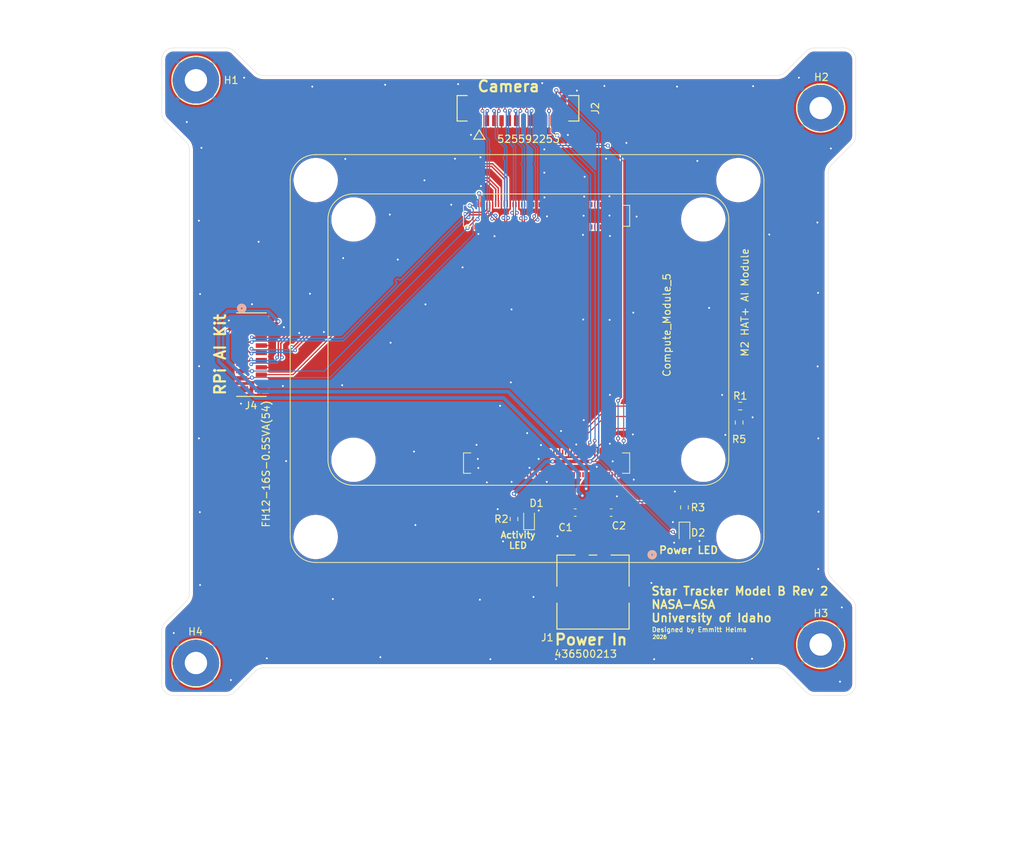
<source format=kicad_pcb>
(kicad_pcb
	(version 20241229)
	(generator "pcbnew")
	(generator_version "9.0")
	(general
		(thickness 1.6)
		(legacy_teardrops no)
	)
	(paper "USLetter")
	(title_block
		(title "Star Tracker Model B PCB Layout")
		(date "2026-02-01")
		(rev "2")
		(company "Univeristy of Idaho")
		(comment 1 "NASA-ASA")
		(comment 2 "Designed by Emmitt Helms")
		(comment 3 "Interdisciplinary Capstone Design, 2025-2026")
	)
	(layers
		(0 "F.Cu" signal)
		(2 "B.Cu" signal)
		(9 "F.Adhes" user "F.Adhesive")
		(11 "B.Adhes" user "B.Adhesive")
		(13 "F.Paste" user)
		(15 "B.Paste" user)
		(5 "F.SilkS" user "F.Silkscreen")
		(7 "B.SilkS" user "B.Silkscreen")
		(1 "F.Mask" user)
		(3 "B.Mask" user)
		(17 "Dwgs.User" user "User.Drawings")
		(19 "Cmts.User" user "User.Comments")
		(21 "Eco1.User" user "User.Eco1")
		(23 "Eco2.User" user "User.Eco2")
		(25 "Edge.Cuts" user)
		(27 "Margin" user)
		(31 "F.CrtYd" user "F.Courtyard")
		(29 "B.CrtYd" user "B.Courtyard")
		(35 "F.Fab" user)
		(33 "B.Fab" user)
		(39 "User.1" user)
		(41 "User.2" user)
		(43 "User.3" user)
		(45 "User.4" user)
	)
	(setup
		(stackup
			(layer "F.SilkS"
				(type "Top Silk Screen")
			)
			(layer "F.Paste"
				(type "Top Solder Paste")
			)
			(layer "F.Mask"
				(type "Top Solder Mask")
				(thickness 0.01)
			)
			(layer "F.Cu"
				(type "copper")
				(thickness 0.035)
			)
			(layer "dielectric 1"
				(type "core")
				(thickness 1.51)
				(material "FR4")
				(epsilon_r 4.5)
				(loss_tangent 0.02)
			)
			(layer "B.Cu"
				(type "copper")
				(thickness 0.035)
			)
			(layer "B.Mask"
				(type "Bottom Solder Mask")
				(thickness 0.01)
			)
			(layer "B.Paste"
				(type "Bottom Solder Paste")
			)
			(layer "B.SilkS"
				(type "Bottom Silk Screen")
			)
			(copper_finish "None")
			(dielectric_constraints no)
		)
		(pad_to_mask_clearance 0)
		(allow_soldermask_bridges_in_footprints no)
		(tenting front back)
		(pcbplotparams
			(layerselection 0x00000000_00000000_55555555_55555554)
			(plot_on_all_layers_selection 0x00000000_00000000_00000002_2a0a888c)
			(disableapertmacros no)
			(usegerberextensions no)
			(usegerberattributes yes)
			(usegerberadvancedattributes yes)
			(creategerberjobfile yes)
			(dashed_line_dash_ratio 12.000000)
			(dashed_line_gap_ratio 3.000000)
			(svgprecision 4)
			(plotframeref yes)
			(mode 1)
			(useauxorigin no)
			(hpglpennumber 1)
			(hpglpenspeed 20)
			(hpglpendiameter 15.000000)
			(pdf_front_fp_property_popups yes)
			(pdf_back_fp_property_popups yes)
			(pdf_metadata yes)
			(pdf_single_document no)
			(dxfpolygonmode yes)
			(dxfimperialunits yes)
			(dxfusepcbnewfont yes)
			(psnegative no)
			(psa4output no)
			(plot_black_and_white no)
			(sketchpadsonfab no)
			(plotpadnumbers no)
			(hidednponfab no)
			(sketchdnponfab yes)
			(crossoutdnponfab yes)
			(subtractmaskfromsilk no)
			(outputformat 1)
			(mirror yes)
			(drillshape 0)
			(scaleselection 1)
			(outputdirectory "./")
		)
	)
	(net 0 "")
	(net 1 "GND")
	(net 2 "/+5v")
	(net 3 "/+3.3v")
	(net 4 "Net-(D1-K)")
	(net 5 "Net-(D2-K)")
	(net 6 "/DPHY0_C_P")
	(net 7 "/DPHY0_D2_N")
	(net 8 "/DPHY0_C_N")
	(net 9 "/CAM_GPIO1")
	(net 10 "/DPHY0_D0_P")
	(net 11 "/DPHY0_D1_P")
	(net 12 "/CAM_GPIO0")
	(net 13 "/DPHY0_D2_P")
	(net 14 "/DPHY0_D3_P")
	(net 15 "/SCL0")
	(net 16 "/DPHY0_D0_N")
	(net 17 "/SDA0")
	(net 18 "/DPHY0_D3_N")
	(net 19 "/DPHY0_D1_N")
	(net 20 "/PCIE_nCLKREQ")
	(net 21 "/PCIe_nRST")
	(net 22 "/PCIe_RX_P")
	(net 23 "/PCIE_nWAKE")
	(net 24 "/PCIe_TX_P")
	(net 25 "/PCIe_CLK_P")
	(net 26 "/PCIe_CLK_N")
	(net 27 "/PCIe_TX_N")
	(net 28 "/PCIE_PWR_EN")
	(net 29 "/PCIe_RX_N")
	(net 30 "unconnected-(Module1B-HDMI0_CLK_P-Pad188)")
	(net 31 "unconnected-(Module1B-HDMI1_TX2_P-Pad146)")
	(net 32 "unconnected-(Module1B-HDMI1_TX1_P-Pad152)")
	(net 33 "unconnected-(Module1B-VBUS_EN-Pad111)")
	(net 34 "unconnected-(Module1B-HDMI1_TX0_N-Pad160)")
	(net 35 "unconnected-(Module1B-MIPI1_D2_N-Pad193)")
	(net 36 "unconnected-(Module1B-HDMI0_HOTPLUG-Pad153)")
	(net 37 "unconnected-(Module1B-HDMI1_TX2_N-Pad148)")
	(net 38 "unconnected-(Module1B-HDMI0_TX0_P-Pad182)")
	(net 39 "unconnected-(Module1A-ID_SD-Pad36)")
	(net 40 "unconnected-(Module1A-ID_SC-Pad35)")
	(net 41 "unconnected-(Module1B-HDMI1_HOTPLUG-Pad143)")
	(net 42 "unconnected-(Module1B-USB3-0-TX_N-Pad140)")
	(net 43 "unconnected-(Module1A-Ethernet_Pair3_N-Pad5)")
	(net 44 "unconnected-(Module1A-GPIO19-Pad26)")
	(net 45 "unconnected-(Module1A-SD_DAT7-Pad70)")
	(net 46 "unconnected-(Module1A-Ethernet_SYNC_OUT(3.3v)-Pad18)")
	(net 47 "unconnected-(Module1A-GPIO9-Pad40)")
	(net 48 "unconnected-(Module1B-USB3-1-TX_P-Pad171)")
	(net 49 "unconnected-(Module1A-Ethernet_Pair2_P-Pad11)")
	(net 50 "unconnected-(Module1A-GPIO4-Pad54)")
	(net 51 "unconnected-(Module1A-Ethernet_Pair3_P-Pad3)")
	(net 52 "unconnected-(Module1A-GPIO27-Pad48)")
	(net 53 "unconnected-(Module1B-USB3-0-RX_P-Pad130)")
	(net 54 "unconnected-(Module1B-USB3-1-D_N-Pad165)")
	(net 55 "unconnected-(Module1A-Ethernet_Pair0_P-Pad12)")
	(net 56 "unconnected-(Module1A-GPIO6-Pad30)")
	(net 57 "unconnected-(Module1B-HDMI0_CLK_N-Pad190)")
	(net 58 "unconnected-(Module1A-GPIO12-Pad31)")
	(net 59 "unconnected-(Module1A-GPIO16-Pad29)")
	(net 60 "unconnected-(Module1A-SD_DAT5-Pad64)")
	(net 61 "unconnected-(Module1B-HDMI0_TX2_P-Pad170)")
	(net 62 "unconnected-(Module1B-HDMI0_SDA-Pad199)")
	(net 63 "unconnected-(Module1A-GPIO13-Pad28)")
	(net 64 "unconnected-(Module1B-MIPI1_D1_P-Pad183)")
	(net 65 "unconnected-(Module1B-USB_OTG_ID-Pad101)")
	(net 66 "unconnected-(Module1B-USB3-0-D_P-Pad134)")
	(net 67 "unconnected-(Module1A-GPIO10-Pad44)")
	(net 68 "unconnected-(Module1A-GPIO11-Pad38)")
	(net 69 "unconnected-(Module1A-GPIO14-Pad55)")
	(net 70 "unconnected-(Module1A-Ethernet_nLED2(3.3v)-Pad17)")
	(net 71 "unconnected-(Module1B-HDMI1_SCL-Pad147)")
	(net 72 "unconnected-(Module1A-WiFi_nDisable-Pad89)")
	(net 73 "unconnected-(Module1B-HDMI1_TX1_N-Pad154)")
	(net 74 "unconnected-(Module1A-Ethernet_Pair1_N-Pad6)")
	(net 75 "unconnected-(Module1A-GPIO18-Pad49)")
	(net 76 "unconnected-(Module1B-USB3-1-RX_P-Pad159)")
	(net 77 "unconnected-(Module1B-MIPI1_D3_P-Pad196)")
	(net 78 "unconnected-(Module1B-MIPI1_C_P-Pad189)")
	(net 79 "/VBAT")
	(net 80 "unconnected-(Module1B-HDMI1_CEC-Pad149)")
	(net 81 "unconnected-(Module1B-USB3-1-D_P-Pad163)")
	(net 82 "unconnected-(Module1A-nRPIBOOT-Pad93)")
	(net 83 "unconnected-(Module1B-HDMI0_TX2_N-Pad172)")
	(net 84 "unconnected-(Module1A-GPIO26-Pad24)")
	(net 85 "unconnected-(Module1A-GPIO23-Pad47)")
	(net 86 "unconnected-(Module1A-GPIO3-Pad56)")
	(net 87 "unconnected-(Module1B-USB3-0-RX_N-Pad128)")
	(net 88 "unconnected-(Module1B-USB3-0-TX_P-Pad142)")
	(net 89 "unconnected-(Module1B-HDMI0_TX1_N-Pad178)")
	(net 90 "unconnected-(Module1A-GPIO21-Pad25)")
	(net 91 "unconnected-(Module1A-GPIO25-Pad41)")
	(net 92 "unconnected-(Module1B-HDMI0_TX1_P-Pad176)")
	(net 93 "unconnected-(Module1B-HDMI0_SCL-Pad200)")
	(net 94 "unconnected-(Module1A-Ethernet_Pair0_N-Pad10)")
	(net 95 "unconnected-(Module1B-MIPI1_D1_N-Pad181)")
	(net 96 "Net-(Module1A-+1.8v_(Output)-Pad88)")
	(net 97 "unconnected-(Module1A-Ethernet_Pair2_N-Pad9)")
	(net 98 "unconnected-(Module1B-USB3-0-D_N-Pad136)")
	(net 99 "unconnected-(Module1B-MIPI1_D2_P-Pad195)")
	(net 100 "unconnected-(Module1A-BT_nDisable-Pad91)")
	(net 101 "unconnected-(Module1A-GPIO2-Pad58)")
	(net 102 "unconnected-(Module1A-SD_DAT4-Pad68)")
	(net 103 "unconnected-(Module1B-HDMI1_CLK_N-Pad166)")
	(net 104 "unconnected-(Module1A-GPIO22-Pad46)")
	(net 105 "/GPIO_VREF")
	(net 106 "unconnected-(Module1B-MIPI1_C_N-Pad187)")
	(net 107 "unconnected-(Module1A-GPIO5-Pad34)")
	(net 108 "unconnected-(Module1B-MIPI1_D0_N-Pad175)")
	(net 109 "unconnected-(Module1A-GPIO24-Pad45)")
	(net 110 "unconnected-(Module1B-MIPI1_D3_N-Pad194)")
	(net 111 "unconnected-(Module1B-HDMI0_CEC-Pad151)")
	(net 112 "unconnected-(Module1A-Ethernet_Pair1_P-Pad4)")
	(net 113 "unconnected-(Module1B-HDMI1_CLK_P-Pad164)")
	(net 114 "unconnected-(Module1B-USB3-1-RX_N-Pad157)")
	(net 115 "unconnected-(Module1B-USB3-1-TX_N-Pad169)")
	(net 116 "unconnected-(Module1B-HDMI0_TX0_N-Pad184)")
	(net 117 "unconnected-(Module1A-GPIO15-Pad51)")
	(net 118 "unconnected-(Module1A-GPIO7-Pad37)")
	(net 119 "unconnected-(Module1A-FAN_TACHO-Pad16)")
	(net 120 "unconnected-(Module1A-EEPROM_nWP-Pad20)")
	(net 121 "unconnected-(Module1B-MIPI1_D0_P-Pad177)")
	(net 122 "unconnected-(Module1A-Ethernet_nLED3(3.3v)-Pad15)")
	(net 123 "unconnected-(Module1A-GPIO20-Pad27)")
	(net 124 "unconnected-(Module1A-SD_VDD_Override-Pad73)")
	(net 125 "unconnected-(Module1B-HDMI1_TX0_P-Pad158)")
	(net 126 "unconnected-(Module1A-GPIO17-Pad50)")
	(net 127 "unconnected-(Module1A-SD_DAT6-Pad72)")
	(net 128 "unconnected-(Module1A-FAN_PWM-Pad19)")
	(net 129 "unconnected-(Module1B-HDMI1_SDA-Pad145)")
	(net 130 "unconnected-(Module1A-GPIO8-Pad39)")
	(net 131 "/LED_nPWR")
	(net 132 "/LED_nACT")
	(net 133 "unconnected-(Module1B-USB2_P-Pad105)")
	(net 134 "unconnected-(Module1A-PWR_BUT-Pad92)")
	(net 135 "unconnected-(Module1A-CC1-Pad94)")
	(net 136 "unconnected-(Module1A-CC2-Pad96)")
	(net 137 "unconnected-(Module1A-PMIC_ENABLE-Pad99)")
	(net 138 "unconnected-(Module1B-USB2_N-Pad103)")
	(net 139 "unconnected-(Module1A-SD_PWR_ON-Pad75)")
	(net 140 "unconnected-(Module1A-SD_DAT1-Pad67)")
	(net 141 "unconnected-(Module1A-SD_CLK-Pad57)")
	(net 142 "unconnected-(Module1A-SD_DAT0-Pad63)")
	(net 143 "unconnected-(Module1A-SD_DAT3-Pad61)")
	(net 144 "unconnected-(Module1A-SD_CMD-Pad62)")
	(net 145 "unconnected-(Module1A-SD_DAT2-Pad69)")
	(footprint "Capacitor_SMD:C_0603_1608Metric" (layer "F.Cu") (at 147.65 107.73))
	(footprint (layer "F.Cu") (at 90.67254 48.374229))
	(footprint "TestPoint:TestPoint_THTPad_D4.0mm_Drill2.0mm" (layer "F.Cu") (at 176.39746 52.184389))
	(footprint "LED_SMD:LED_0603_1608Metric" (layer "F.Cu") (at 136.38 108.5975 90))
	(footprint "TestPoint:TestPoint_THTPad_D4.0mm_Drill2.0mm" (layer "F.Cu") (at 90.67254 48.374229))
	(footprint "CM5IO:HRS_FH12-16S-0.5SVA_54_" (layer "F.Cu") (at 98.2962 86.045909 90))
	(footprint "CM5IO:Raspberry-Pi-5-Compute-Module" (layer "F.Cu") (at 165.11 111.079309 90))
	(footprint "CM5IO:Raspberry-Pi-5-Compute-Module" (layer "F.Cu") (at 160.29 100.479309 90))
	(footprint "CM5IO:CON_525592253_MOL" (layer "F.Cu") (at 134.860012 52.519309))
	(footprint "CM5IO:CONN_SD-43650-005_02_MOL" (layer "F.Cu") (at 145.16 118.64))
	(footprint "Resistor_SMD:R_0603_1608Metric" (layer "F.Cu") (at 165.365 93.109309 180))
	(footprint "TestPoint:TestPoint_THTPad_D4.0mm_Drill2.0mm" (layer "F.Cu") (at 90.67508 128.384389))
	(footprint "Capacitor_SMD:C_0603_1608Metric" (layer "F.Cu") (at 142.72 107.73 180))
	(footprint "Resistor_SMD:R_0603_1608Metric" (layer "F.Cu") (at 134.32 108.6175 90))
	(footprint "Resistor_SMD:R_0603_1608Metric" (layer "F.Cu") (at 165.21 95.359309 -90))
	(footprint (layer "F.Cu") (at 176.399968 125.845947))
	(footprint "LED_SMD:LED_0603_1608Metric" (layer "F.Cu") (at 157.71 110.519309 -90))
	(footprint "TestPoint:TestPoint_THTPad_D4.0mm_Drill2.0mm" (layer "F.Cu") (at 176.399968 125.845947))
	(footprint "Resistor_SMD:R_0603_1608Metric" (layer "F.Cu") (at 157.71 107.03 90))
	(footprint (layer "F.Cu") (at 176.39746 52.184389))
	(footprint (layer "F.Cu") (at 90.67508 128.384389))
	(gr_line
		(start 177.890423 59.975232)
		(end 180.749957 57.100681)
		(stroke
			(width 0.05)
			(type default)
		)
		(layer "Edge.Cuts")
		(uuid "04bd1c2f-ee7f-4476-a32f-63407eef1c9d")
	)
	(gr_line
		(start 170.396793 47.731603)
		(end 99.971793 47.731603)
		(stroke
			(width 0.05)
			(type default)
		)
		(layer "Edge.Cuts")
		(uuid "082f29e5-0db5-40c6-8871-88b479ec66e7")
	)
	(gr_arc
		(start 89.303164 56.800232)
		(mid 89.650004 57.319309)
		(end 89.771793 57.931603)
		(stroke
			(width 0.05)
			(type default)
		)
		(layer "Edge.Cuts")
		(uuid "0b9f28be-7892-408f-a4c2-b6d954d0c26f")
	)
	(gr_line
		(start 171.528164 129.500232)
		(end 174.377715 132.359767)
		(stroke
			(width 0.05)
			(type default)
		)
		(layer "Edge.Cuts")
		(uuid "11672646-e737-41c1-85fe-2e737c98103b")
	)
	(gr_arc
		(start 87.571793 132.831603)
		(mid 86.440429 132.362971)
		(end 85.971793 131.231603)
		(stroke
			(width 0.05)
			(type default)
		)
		(layer "Edge.Cuts")
		(uuid "124d5721-0fbe-4c2f-bea8-bcc6af0604be")
	)
	(gr_arc
		(start 95.96587 132.359767)
		(mid 95.446793 132.706606)
		(end 94.834499 132.828396)
		(stroke
			(width 0.05)
			(type default)
		)
		(layer "Edge.Cuts")
		(uuid "14dc5ebf-2002-4f46-b956-4d61c38b22ad")
	)
	(gr_arc
		(start 86.443629 53.95068)
		(mid 86.096793 53.431603)
		(end 85.975 52.819309)
		(stroke
			(width 0.05)
			(type default)
		)
		(layer "Edge.Cuts")
		(uuid "17a60dab-bb48-4a9e-966b-f6cb45bb84b4")
	)
	(gr_arc
		(start 85.978164 123.937974)
		(mid 86.099966 123.325686)
		(end 86.446793 122.806603)
		(stroke
			(width 0.05)
			(type default)
		)
		(layer "Edge.Cuts")
		(uuid "180cb988-d646-4c07-8765-b76a7dabd40d")
	)
	(gr_line
		(start 181.221793 131.231603)
		(end 181.218586 120.793897)
		(stroke
			(width 0.05)
			(type default)
		)
		(layer "Edge.Cuts")
		(uuid "1e25ddd8-0c4b-44b6-b2c1-0c1ea60e77e4")
	)
	(gr_line
		(start 180.749957 119.662527)
		(end 177.890423 116.787974)
		(stroke
			(width 0.05)
			(type default)
		)
		(layer "Edge.Cuts")
		(uuid "215f2bc9-9401-4346-acb2-70c1cbb28f28")
	)
	(gr_arc
		(start 174.377716 44.403439)
		(mid 174.896793 44.056598)
		(end 175.509087 43.93481)
		(stroke
			(width 0.05)
			(type default)
		)
		(layer "Edge.Cuts")
		(uuid "2f9bf67c-7f45-428d-a9bf-5fd271f62880")
	)
	(gr_line
		(start 99.971793 129.031603)
		(end 170.396793 129.031603)
		(stroke
			(width 0.05)
			(type default)
		)
		(layer "Edge.Cuts")
		(uuid "2ffc7db4-81f6-4d05-9c8b-3c2b8c95d205")
	)
	(gr_arc
		(start 98.840422 129.500232)
		(mid 99.359499 129.153395)
		(end 99.971793 129.031603)
		(stroke
			(width 0.05)
			(type default)
		)
		(layer "Edge.Cuts")
		(uuid "3220736d-974f-45d6-93db-eab3177bceeb")
	)
	(gr_line
		(start 181.218586 55.969303)
		(end 181.221793 45.531603)
		(stroke
			(width 0.05)
			(type default)
		)
		(layer "Edge.Cuts")
		(uuid "48b14171-e1ba-48cd-9df9-ec91b37a29b3")
	)
	(gr_line
		(start 89.771793 57.931603)
		(end 89.771793 118.831603)
		(stroke
			(width 0.05)
			(type default)
		)
		(layer "Edge.Cuts")
		(uuid "4974abd7-aa31-4ca4-b40c-712f39144cd5")
	)
	(gr_arc
		(start 179.621793 43.931603)
		(mid 180.753164 44.400232)
		(end 181.221793 45.531603)
		(stroke
			(width 0.05)
			(type default)
		)
		(layer "Edge.Cuts")
		(uuid "4b22cf2c-2d2f-451f-a77c-6c9ff2dccde2")
	)
	(gr_arc
		(start 177.421793 61.106603)
		(mid 177.543586 60.49431)
		(end 177.890422 59.975232)
		(stroke
			(width 0.05)
			(type default)
		)
		(layer "Edge.Cuts")
		(uuid "4f677a82-3671-4382-a92b-24993b6c200f")
	)
	(gr_arc
		(start 89.771793 118.831603)
		(mid 89.650002 119.443897)
		(end 89.303164 119.962974)
		(stroke
			(width 0.05)
			(type default)
		)
		(layer "Edge.Cuts")
		(uuid "4f926cf6-966f-4b1e-a481-2f772bafc30a")
	)
	(gr_arc
		(start 170.396793 129.031603)
		(mid 171.009088 129.153393)
		(end 171.528164 129.500232)
		(stroke
			(width 0.05)
			(type default)
		)
		(layer "Edge.Cuts")
		(uuid "600602a0-9b15-4928-925f-de5581ebd23b")
	)
	(gr_arc
		(start 99.971793 47.731603)
		(mid 99.359501 47.609808)
		(end 98.840422 47.262974)
		(stroke
			(width 0.05)
			(type default)
		)
		(layer "Edge.Cuts")
		(uuid "66f78d0c-71aa-4b0f-998b-89186d8646d5")
	)
	(gr_line
		(start 95.965869 132.359767)
		(end 98.840422 129.500232)
		(stroke
			(width 0.05)
			(type default)
		)
		(layer "Edge.Cuts")
		(uuid "6d1ace9f-cb8f-4483-8e27-b96e8793c729")
	)
	(gr_arc
		(start 180.749957 119.662526)
		(mid 181.096793 120.181603)
		(end 181.218586 120.793897)
		(stroke
			(width 0.05)
			(type default)
		)
		(layer "Edge.Cuts")
		(uuid "72a6d3ab-563a-4056-aa32-f552cb21d635")
	)
	(gr_arc
		(start 181.221793 131.231603)
		(mid 180.753164 132.362974)
		(end 179.621793 132.831603)
		(stroke
			(width 0.05)
			(type default)
		)
		(layer "Edge.Cuts")
		(uuid "77a6601d-aed2-41d2-b2bd-c9ad6191c2fb")
	)
	(gr_line
		(start 85.971793 45.531603)
		(end 85.975 52.819309)
		(stroke
			(width 0.05)
			(type default)
		)
		(layer "Edge.Cuts")
		(uuid "7b4a829c-086c-4425-b892-17097988258d")
	)
	(gr_line
		(start 177.421793 115.656603)
		(end 177.421793 61.106603)
		(stroke
			(width 0.05)
			(type default)
		)
		(layer "Edge.Cuts")
		(uuid "7cab089c-74f0-4ba3-adb1-e4c5ab74b75f")
	)
	(gr_line
		(start 86.44363 53.95068)
		(end 89.303163 56.800232)
		(stroke
			(width 0.05)
			(type default)
		)
		(layer "Edge.Cuts")
		(uuid "834d89e4-c60d-4115-aa91-83c4a856b175")
	)
	(gr_arc
		(start 94.8345 43.93481)
		(mid 95.446793 44.056603)
		(end 95.965871 44.403439)
		(stroke
			(width 0.05)
			(type default)
		)
		(layer "Edge.Cuts")
		(uuid "88c387fc-0b7e-4b29-8d59-250e2b9158d7")
	)
	(gr_line
		(start 98.840422 47.262973)
		(end 95.965871 44.403439)
		(stroke
			(width 0.05)
			(type default)
		)
		(layer "Edge.Cuts")
		(uuid "8a3c4807-9528-4030-8fbf-d374cc3ce3b8")
	)
	(gr_line
		(start 175.509093 132.828396)
		(end 179.621793 132.831603)
		(stroke
			(width 0.05)
			(type default)
		)
		(layer "Edge.Cuts")
		(uuid "8a9dd209-7838-4881-b4a6-f00421ca330a")
	)
	(gr_line
		(start 174.377716 44.40344)
		(end 171.528164 47.262974)
		(stroke
			(width 0.05)
			(type default)
		)
		(layer "Edge.Cuts")
		(uuid "8ed492dc-8083-4ef6-a2b6-7819d6c61b1b")
	)
	(gr_line
		(start 89.303164 119.962973)
		(end 86.446793 122.806603)
		(stroke
			(width 0.05)
			(type default)
		)
		(layer "Edge.Cuts")
		(uuid "8f8c5eae-4a80-4b8f-b383-6c3f8d251a3d")
	)
	(gr_line
		(start 87.571793 132.831603)
		(end 94.834499 132.828396)
		(stroke
			(width 0.05)
			(type default)
		)
		(layer "Edge.Cuts")
		(uuid "962db6d1-d177-4c0c-85eb-65c37204a36c")
	)
	(gr_line
		(start 94.834493 43.93481)
		(end 87.571793 43.931603)
		(stroke
			(width 0.05)
			(type default)
		)
		(layer "Edge.Cuts")
		(uuid "9cda57e8-92ce-4811-9647-532802dbf3f9")
	)
	(gr_arc
		(start 177.890422 116.787974)
		(mid 177.543586 116.268897)
		(end 177.421793 115.656603)
		(stroke
			(width 0.05)
			(type default)
		)
		(layer "Edge.Cuts")
		(uuid "9ce5af3e-5ba1-4c79-b06f-5ae0db27b950")
	)
	(gr_arc
		(start 171.528164 47.262974)
		(mid 171.009086 47.609809)
		(end 170.396793 47.731603)
		(stroke
			(width 0.05)
			(type default)
		)
		(layer "Edge.Cuts")
		(uuid "a09ba9c1-f5af-4348-a07a-96dfda53c253")
	)
	(gr_arc
		(start 175.509086 132.828396)
		(mid 174.896796 132.706598)
		(end 174.377715 132.359767)
		(stroke
			(width 0.05)
			(type default)
		)
		(layer "Edge.Cuts")
		(uuid "b377664f-377a-4799-b106-389351b75d53")
	)
	(gr_line
		(start 179.621793 43.931603)
		(end 175.509087 43.93481)
		(stroke
			(width 0.05)
			(type default)
		)
		(layer "Edge.Cuts")
		(uuid "d2409b4e-4d2d-41e1-8be7-2f04ba79ce3d")
	)
	(gr_line
		(start 85.978164 123.937974)
		(end 85.971793 131.231603)
		(stroke
			(width 0.05)
			(type default)
		)
		(layer "Edge.Cuts")
		(uuid "d29c67ce-07a2-4830-89ff-6ac4c93a42c3")
	)
	(gr_arc
		(start 181.218586 55.96931)
		(mid 181.096793 56.581603)
		(end 180.749957 57.100681)
		(stroke
			(width 0.05)
			(type default)
		)
		(layer "Edge.Cuts")
		(uuid "e12641c6-0c73-4069-b9b9-747aa2a38f99")
	)
	(gr_arc
		(start 85.971793 45.531603)
		(mid 86.440424 44.400234)
		(end 87.571793 43.931603)
		(stroke
			(width 0.05)
			(type default)
		)
		(layer "Edge.Cuts")
		(uuid "e803f706-9d01-41fa-bba6-68c8c7ea1399")
	)
	(gr_text "Power LED"
		(at 154.12 113.479309 0)
		(layer "F.SilkS")
		(uuid "0b7c8f61-7efb-43f1-8922-dcc6d3e66b81")
		(effects
			(font
				(size 1.016 1.016)
				(thickness 0.2032)
				(bold yes)
			)
			(justify left bottom)
		)
	)
	(gr_text "Power In"
		(at 139.76 126.049309 0)
		(layer "F.SilkS")
		(uuid "34105df6-4737-440f-914e-268a29f6759a")
		(effects
			(font
				(size 1.5 1.5)
				(thickness 0.3)
				(bold yes)
			)
			(justify left bottom)
		)
	)
	(gr_text "Activity\nLED"
		(at 134.87 112.76 0)
		(layer "F.SilkS")
		(uuid "63695dd0-9ffc-4ce2-a8f1-48c63f070bb0")
		(effects
			(font
				(size 0.889 0.889)
				(thickness 0.1778)
				(bold yes)
			)
			(justify bottom)
		)
	)
	(gr_text "2026"
		(at 153.26 125.11 0)
		(layer "F.SilkS")
		(uuid "9c6a6f7b-4d36-4ade-ae0c-fbcfb3f8061a")
		(effects
			(font
				(size 0.508 0.508)
				(thickness 0.127)
				(bold yes)
			)
			(justify left bottom)
		)
	)
	(gr_text "Camera"
		(at 129.16 50.089309 0)
		(layer "F.SilkS")
		(uuid "9f921660-ed90-4c78-b71e-356fe9ecf5f4")
		(effects
			(font
				(size 1.5 1.5)
				(thickness 0.3)
				(bold yes)
			)
			(justify left bottom)
		)
	)
	(gr_text "Designed by Emmitt Helms"
		(at 153.17 124.179309 0)
		(layer "F.SilkS")
		(uuid "b136b1f5-1730-4850-aef1-b81f5f2c5ffb")
		(effects
			(font
				(size 0.635 0.635)
				(thickness 0.127)
				(bold yes)
			)
			(justify left bottom)
		)
	)
	(gr_text "Star Tracker Model B Rev 2\nNASA-ASA\nUniversity of Idaho"
		(at 153.05 122.859309 0)
		(layer "F.SilkS")
		(uuid "d755175f-c989-4a7c-8305-978c692d72a7")
		(effects
			(font
				(size 1.143 1.143)
				(thickness 0.2286)
				(bold yes)
			)
			(justify left bottom)
		)
	)
	(gr_text "RPi AI Kit"
		(at 94.87 91.769309 90)
		(layer "F.SilkS")
		(uuid "e5b75d1a-693e-479e-ac1a-69c7e36bd8f6")
		(effects
			(font
				(size 1.5 1.5)
				(thickness 0.3)
				(bold yes)
			)
			(justify left bottom)
		)
	)
	(dimension
		(type orthogonal)
		(layer "Dwgs.User")
		(uuid "11d4fef3-5095-46d3-8367-602bd05719a5")
		(pts
			(xy 85.974979 127.584216) (xy 90.67508 128.384389)
		)
		(height 23.705093)
		(orientation 0)
		(format
			(prefix "")
			(suffix "")
			(units 3)
			(units_format 0)
			(precision 5)
			(suppress_zeroes yes)
		)
		(style
			(thickness 0.2)
			(arrow_length 1.27)
			(text_position_mode 2)
			(arrow_direction outward)
			(extension_height 0.58642)
			(extension_offset 0.5)
			(keep_text_aligned yes)
		)
		(gr_text "185.04335"
			(at 88.32503 153.17 0)
			(layer "Dwgs.User")
			(uuid "11d4fef3-5095-46d3-8367-602bd05719a5")
			(effects
				(font
					(size 1.5 1.5)
					(thickness 0.3)
				)
			)
		)
	)
	(dimension
		(type orthogonal)
		(layer "Dwgs.User")
		(uuid "12299748-7b0a-46ce-bf17-1c6f33403327")
		(pts
			(xy 150.39 129.039309) (xy 150.39 123.72)
		)
		(height 0)
		(orientation 1)
		(format
			(prefix "")
			(suffix "")
			(units 3)
			(units_format 0)
			(precision 4)
			(suppress_zeroes yes)
		)
		(style
			(thickness 0.1)
			(arrow_length 1.27)
			(text_position_mode 2)
			(arrow_direction outward)
			(extension_height 0.58642)
			(extension_offset 0.5)
			(keep_text_aligned yes)
		)
		(gr_text "209.4216"
			(at 151.63 126.37946 90)
			(layer "Dwgs.User")
			(uuid "12299748-7b0a-46ce-bf17-1c6f33403327")
			(effects
				(font
					(size 0.9525 0.9525)
					(thickness 0.15)
				)
			)
		)
	)
	(dimension
		(type orthogonal)
		(layer "Dwgs.User")
		(uuid "1d24be6d-20b7-41a5-94fb-a29f6a845025")
		(pts
			(xy 177.566084 132.83) (xy 177.421793 61.106603)
		)
		(height 12.253916)
		(orientation 1)
		(format
			(prefix "")
			(suffix "")
			(units 3)
			(units_format 0)
			(precision 5)
			(suppress_zeroes yes)
		)
		(style
			(thickness 0.2)
			(arrow_length 1.27)
			(text_position_mode 2)
			(arrow_direction outward)
			(extension_height 0.58642)
			(extension_offset 0.5)
			(keep_text_aligned yes)
		)
		(gr_text "2823.75579"
			(at 189.87 96.968301 90)
			(layer "Dwgs.User")
			(uuid "1d24be6d-20b7-41a5-94fb-a29f6a845025")
			(effects
				(font
					(size 1.5 1.5)
					(thickness 0.3)
				)
			)
		)
	)
	(dimension
		(type orthogonal)
		(layer "Dwgs.User")
		(uuid "22a73d55-8c27-45ce-b788-726d7ff37115")
		(pts
			(xy 91.203146 132.83) (xy 91.204275 43.933207)
		)
		(height -7.133146)
		(orientation 1)
		(format
			(prefix "")
			(suffix "")
			(units 3)
			(units_format 0)
			(precision 5)
			(suppress_zeroes yes)
		)
		(style
			(thickness 0.2)
			(arrow_length 1.27)
			(text_position_mode 2)
			(arrow_direction outward)
			(extension_height 0.58642)
			(extension_offset 0.5)
			(keep_text_aligned yes)
		)
		(gr_text "3499.87374"
			(at 84.34 90.57 90)
			(layer "Dwgs.User")
			(uuid "22a73d55-8c27-45ce-b788-726d7ff37115")
			(effects
				(font
					(size 1.5 1.5)
					(thickness 0.3)
				)
			)
		)
	)
	(dimension
		(type orthogonal)
		(layer "Dwgs.User")
		(uuid "307d673b-3130-4cb2-9281-3b121047b311")
		(pts
			(xy 139.775002 118.987) (xy 139.78 129.03)
		)
		(height -2.395002)
		(orientation 1)
		(format
			(prefix "")
			(suffix "")
			(units 3)
			(units_format 0)
			(precision 4)
			(suppress_zeroes yes)
		)
		(style
			(thickness 0.1)
			(arrow_length 1.27)
			(text_position_mode 0)
			(arrow_direction outward)
			(extension_height 0.58642)
			(extension_offset 0.5)
			(keep_text_aligned yes)
		)
		(gr_text "395.3937"
			(at 136.28 124.0085 90)
			(layer "Dwgs.User")
			(uuid "307d673b-3130-4cb2-9281-3b121047b311")
			(effects
				(font
					(size 1 1)
					(thickness 0.1)
				)
			)
		)
	)
	(dimension
		(type orthogonal)
		(layer "Dwgs.User")
		(uuid "5048f76e-6e26-4323-8ffe-008fb871da50")
		(pts
			(xy 91.203146 132.83) (xy 90.67254 48.374229)
		)
		(height -10.553146)
		(orientation 1)
		(format
			(prefix "")
			(suffix "")
			(units 3)
			(units_format 0)
			(precision 5)
			(suppress_zeroes yes)
		)
		(style
			(thickness 0.2)
			(arrow_length 1.27)
			(text_position_mode 2)
			(arrow_direction outward)
			(extension_height 0.58642)
			(extension_offset 0.5)
			(keep_text_aligned yes)
		)
		(gr_text "3325.03035"
			(at 80.53 82.1 90)
			(layer "Dwgs.User")
			(uuid "5048f76e-6e26-4323-8ffe-008fb871da50")
			(effects
				(font
					(size 1.5 1.5)
					(thickness 0.3)
				)
			)
		)
	)
	(dimension
		(type orthogonal)
		(layer "Dwgs.User")
		(uuid "506bbb5b-2ffd-49d9-bc34-153997978187")
		(pts
			(xy 177.566084 132.83) (xy 176.39746 52.184389)
		)
		(height 8.763916)
		(orientation 1)
		(format
			(prefix "")
			(suffix "")
			(units 3)
			(units_format 0)
			(precision 5)
			(suppress_zeroes yes)
		)
		(style
			(thickness 0.2)
			(arrow_length 1.27)
			(text_position_mode 2)
			(arrow_direction outward)
			(extension_height 0.58642)
			(extension_offset 0.5)
			(keep_text_aligned yes)
		)
		(gr_text "3175.02406"
			(at 186.316321 90.720873 90)
			(layer "Dwgs.User")
			(uuid "506bbb5b-2ffd-49d9-bc34-153997978187")
			(effects
				(font
					(size 1.5 1.5)
					(thickness 0.3)
				)
			)
		)
	)
	(dimension
		(type orthogonal)
		(layer "Dwgs.User")
		(uuid "58f13982-ce95-4224-b7e5-3d4118b26577")
		(pts
			(xy 85.974978 127.584789) (xy 99.971793 129.031603)
		)
		(height 19.78452)
		(orientation 0)
		(format
			(prefix "")
			(suffix "")
			(units 3)
			(units_format 0)
			(precision 5)
			(suppress_zeroes yes)
		)
		(style
			(thickness 0.2)
			(arrow_length 1.27)
			(text_position_mode 2)
			(arrow_direction outward)
			(extension_height 0.58642)
			(extension_offset 0.5)
			(keep_text_aligned yes)
		)
		(gr_text "551.05571"
			(at 94.179596 147.372825 0)
			(layer "Dwgs.User")
			(uuid "58f13982-ce95-4224-b7e5-3d4118b26577")
			(effects
				(font
					(size 1.5 1.5)
					(thickness 0.3)
				)
			)
		)
	)
	(dimension
		(type orthogonal)
		(layer "Dwgs.User")
		(uuid "5c0d6f20-6329-4856-8fb7-7c73f34539a3")
		(pts
			(xy 91.203146 132.83) (xy 90.67508 128.384389)
		)
		(height -20.673146)
		(orientation 1)
		(format
			(prefix "")
			(suffix "")
			(units 3)
			(units_format 0)
			(precision 5)
			(suppress_zeroes yes)
		)
		(style
			(thickness 0.2)
			(arrow_length 1.27)
			(text_position_mode 0)
			(arrow_direction outward)
			(extension_height 0.58642)
			(extension_offset 0.5)
			(keep_text_aligned yes)
		)
		(gr_text "175.02406"
			(at 68.73 130.607194 90)
			(layer "Dwgs.User")
			(uuid "5c0d6f20-6329-4856-8fb7-7c73f34539a3")
			(effects
				(font
					(size 1.5 1.5)
					(thickness 0.3)
				)
			)
		)
	)
	(dimension
		(type orthogonal)
		(layer "Dwgs.User")
		(uuid "7ab21076-d0bb-450d-9f4b-5f8f1b8e2fde")
		(pts
			(xy 177.566084 132.83) (xy 177.4218 115.656609)
		)
		(height 15.683916)
		(orientation 1)
		(format
			(prefix "")
			(suffix "")
			(units 3)
			(units_format 0)
			(precision 5)
			(suppress_zeroes yes)
		)
		(style
			(thickness 0.2)
			(arrow_length 1.27)
			(text_position_mode 2)
			(arrow_direction outward)
			(extension_height 0.58642)
			(extension_offset 0.5)
			(keep_text_aligned yes)
		)
		(gr_text "676.11776"
			(at 193.252244 122.44106 90)
			(layer "Dwgs.User")
			(uuid "7ab21076-d0bb-450d-9f4b-5f8f1b8e2fde")
			(effects
				(font
					(size 1.5 1.5)
					(thickness 0.3)
				)
			)
		)
	)
	(dimension
		(type orthogonal)
		(layer "Dwgs.User")
		(uuid "9359267f-876d-40c6-b888-db78e4904a9a")
		(pts
			(xy 91.203146 132.83) (xy 89.771792 118.831603)
		)
		(height -17.033146)
		(orientation 1)
		(format
			(prefix "")
			(suffix "")
			(units 3)
			(units_format 0)
			(precision 5)
			(suppress_zeroes yes)
		)
		(style
			(thickness 0.2)
			(arrow_length 1.27)
			(text_position_mode 2)
			(arrow_direction outward)
			(extension_height 0.58642)
			(extension_offset 0.5)
			(keep_text_aligned yes)
		)
		(gr_text "551.11799"
			(at 74.183133 125.313133 90)
			(layer "Dwgs.User")
			(uuid "9359267f-876d-40c6-b888-db78e4904a9a")
			(effects
				(font
					(size 1.5 1.5)
					(thickness 0.3)
				)
			)
		)
	)
	(dimension
		(type orthogonal)
		(layer "Dwgs.User")
		(uuid "93596e6c-f26c-44de-8919-c259081deaf8")
		(pts
			(xy 177.566084 132.83) (xy 176.399968 125.845947)
		)
		(height 19.443916)
		(orientation 1)
		(format
			(prefix "")
			(suffix "")
			(units 3)
			(units_format 0)
			(precision 5)
			(suppress_zeroes yes)
		)
		(style
			(thickness 0.2)
			(arrow_length 1.27)
			(text_position_mode 2)
			(arrow_direction outward)
			(extension_height 0.58642)
			(extension_offset 0.5)
			(keep_text_aligned yes)
		)
		(gr_text "274.96272"
			(at 199.38 129.337973 90)
			(layer "Dwgs.User")
			(uuid "93596e6c-f26c-44de-8919-c259081deaf8")
			(effects
				(font
					(size 1.5 1.5)
					(thickness 0.3)
				)
			)
		)
	)
	(dimension
		(type orthogonal)
		(layer "Dwgs.User")
		(uuid "a16ad46a-12cf-4d5f-8adf-ac3936e3b869")
		(pts
			(xy 85.974979 127.584216) (xy 181.22019 126.014377)
		)
		(height 9.805093)
		(orientation 0)
		(format
			(prefix "")
			(suffix "")
			(units 3)
			(units_format 0)
			(precision 5)
			(suppress_zeroes yes)
		)
		(style
			(thickness 0.2)
			(arrow_length 1.27)
			(text_position_mode 2)
			(arrow_direction outward)
			(extension_height 0.58642)
			(extension_offset 0.5)
			(keep_text_aligned yes)
		)
		(gr_text "3749.81146"
			(at 140.73 137.29 0)
			(layer "Dwgs.User")
			(uuid "a16ad46a-12cf-4d5f-8adf-ac3936e3b869")
			(effects
				(font
					(size 1.5 1.5)
					(thickness 0.3)
				)
			)
		)
	)
	(dimension
		(type orthogonal)
		(layer "Dwgs.User")
		(uuid "b5e21b6f-c20e-4346-b46b-b7d98e3a9764")
		(pts
			(xy 87.49754 48.374229) (xy 93.84754 48.374229)
		)
		(height -8.51492)
		(orientation 0)
		(format
			(prefix "")
			(suffix "")
			(units 3)
			(units_format 0)
			(precision 5)
			(suppress_zeroes yes)
		)
		(style
			(thickness 0.1)
			(arrow_length 1.27)
			(text_position_mode 0)
			(arrow_direction outward)
			(extension_height 0.58642)
			(extension_offset 0.5)
			(keep_text_aligned yes)
		)
		(gr_text "250"
			(at 90.67254 38.709309 0)
			(layer "Dwgs.User")
			(uuid "b5e21b6f-c20e-4346-b46b-b7d98e3a9764")
			(effects
				(font
					(size 1 1)
					(thickness 0.15)
				)
			)
		)
	)
	(dimension
		(type orthogonal)
		(layer "Dwgs.User")
		(uuid "c5aae71c-47e4-4497-8ee6-3811521b4fc1")
		(pts
			(xy 85.974979 127.584216) (xy 176.399968 125.845947)
		)
		(height 13.155093)
		(orientation 0)
		(format
			(prefix "")
			(suffix "")
			(units 3)
			(units_format 0)
			(precision 5)
			(suppress_zeroes yes)
		)
		(style
			(thickness 0.2)
			(arrow_length 1.27)
			(text_position_mode 2)
			(arrow_direction outward)
			(extension_height 0.58642)
			(extension_offset 0.5)
			(keep_text_aligned yes)
		)
		(gr_text "3560.03894"
			(at 119.69 140.69 0)
			(layer "Dwgs.User")
			(uuid "c5aae71c-47e4-4497-8ee6-3811521b4fc1")
			(effects
				(font
					(size 1.5 1.5)
					(thickness 0.3)
				)
			)
		)
	)
	(dimension
		(type orthogonal)
		(layer "Dwgs.User")
		(uuid "c671d335-8597-4993-ab02-26bfc3c6f5eb")
		(pts
			(xy 91.203146 132.83) (xy 89.771793 57.931603)
		)
		(height -14.183146)
		(orientation 1)
		(format
			(prefix "")
			(suffix "")
			(units 3)
			(units_format 0)
			(precision 5)
			(suppress_zeroes yes)
		)
		(style
			(thickness 0.2)
			(arrow_length 1.27)
			(text_position_mode 2)
			(arrow_direction outward)
			(extension_height 0.58642)
			(extension_offset 0.5)
			(keep_text_aligned yes)
		)
		(gr_text "2948.75579"
			(at 76.93 97.41 90)
			(layer "Dwgs.User")
			(uuid "c671d335-8597-4993-ab02-26bfc3c6f5eb")
			(effects
				(font
					(size 1.5 1.5)
					(thickness 0.3)
				)
			)
		)
	)
	(dimension
		(type orthogonal)
		(layer "Dwgs.User")
		(uuid "cd8996a4-2b41-41a5-ad70-2ee4d49b32c0")
		(pts
			(xy 174.87346 52.184389) (xy 177.92146 52.184389)
		)
		(height -12.83508)
		(orientation 0)
		(format
			(prefix "")
			(suffix "")
			(units 3)
			(units_format 0)
			(precision 5)
			(suppress_zeroes yes)
		)
		(style
			(thickness 0.1)
			(arrow_length 1.27)
			(text_position_mode 0)
			(arrow_direction outward)
			(extension_height 0.58642)
			(extension_offset 0.5)
			(keep_text_aligned yes)
		)
		(gr_text "120"
			(at 176.39746 38.199309 0)
			(layer "Dwgs.User")
			(uuid "cd8996a4-2b41-41a5-ad70-2ee4d49b32c0")
			(effects
				(font
					(size 1 1)
					(thickness 0.15)
				)
			)
		)
	)
	(dimension
		(type orthogonal)
		(layer "Dwgs.User")
		(uuid "d23d9beb-73bc-4ab7-b000-22dd2e367051")
		(pts
			(xy 85.974978 127.584789) (xy 170.396793 129.031603)
		)
		(height 16.51452)
		(orientation 0)
		(format
			(prefix "")
			(suffix "")
			(units 0)
			(units_format 0)
			(precision 5)
			(suppress_zeroes yes)
		)
		(style
			(thickness 0.2)
			(arrow_length 1.27)
			(text_position_mode 2)
			(arrow_direction outward)
			(extension_height 0.58642)
			(extension_offset 0.5)
			(keep_text_aligned yes)
		)
		(gr_text "3.32369"
			(at 132.260984 144.06 0)
			(layer "Dwgs.User")
			(uuid "d23d9beb-73bc-4ab7-b000-22dd2e367051")
			(effects
				(font
					(size 1.5 1.5)
					(thickness 0.3)
				)
			)
		)
	)
	(dimension
		(type orthogonal)
		(layer "Dwgs.User")
		(uuid "d3552841-73ca-4cd6-9cd1-40d8542ba118")
		(pts
			(xy 85.973397 49.175456) (xy 176.39746 52.184389)
		)
		(height -7.566147)
		(orientation 0)
		(format
			(prefix "")
			(suffix "")
			(units 3)
			(units_format 0)
			(precision 5)
			(suppress_zeroes yes)
		)
		(style
			(thickness 0.2)
			(arrow_length 1.27)
			(text_position_mode 2)
			(arrow_direction outward)
			(extension_height 0.58642)
			(extension_offset 0.5)
			(keep_text_aligned yes)
		)
		(gr_text "3560.00248"
			(at 131.185429 41.6 0)
			(layer "Dwgs.User")
			(uuid "d3552841-73ca-4cd6-9cd1-40d8542ba118")
			(effects
				(font
					(size 1.5 1.5)
					(thickness 0.3)
				)
			)
		)
	)
	(via
		(at 91.21 107.67)
		(size 0.508)
		(drill 0.254)
		(layers "F.Cu" "B.Cu")
		(free yes)
		(net 1)
		(uuid "02b66fc5-db59-4f52-aa12-6cb31ca03b6f")
	)
	(via
		(at 91.08 97.54)
		(size 0.508)
		(drill 0.254)
		(layers "F.Cu" "B.Cu")
		(free yes)
		(net 1)
		(uuid "02f25c51-420a-4b9f-bbd0-d0f1168502b4")
	)
	(via
		(at 138.81 103.51)
		(size 0.508)
		(drill 0.254)
		(layers "F.Cu" "B.Cu")
		(free yes)
		(net 1)
		(uuid "0b7945bb-5d87-4db8-b83d-101a3769d305")
	)
	(via
		(at 144.01 61.62)
		(size 0.508)
		(drill 0.254)
		(layers "F.Cu" "B.Cu")
		(free yes)
		(net 1)
		(uuid "0ca0381d-c61a-4724-9cbd-2fde7dda9b74")
	)
	(via
		(at 143.82 81.22)
		(size 0.508)
		(drill 0.254)
		(layers "F.Cu" "B.Cu")
		(free yes)
		(net 1)
		(uuid "0dffb4ba-2e39-4ba4-aef8-d8c9f61de4da")
	)
	(via
		(at 146.95 59.13)
		(size 0.508)
		(drill 0.254)
		(layers "F.Cu" "B.Cu")
		(free yes)
		(net 1)
		(uuid "12c4e1cf-2e4c-46d8-b9b2-32f0dedccad6")
	)
	(via
		(at 140.77 96.53)
		(size 0.508)
		(drill 0.254)
		(layers "F.Cu" "B.Cu")
		(free yes)
		(net 1)
		(uuid "1628ebd0-a029-41f7-aeba-df262f3d6aa4")
	)
	(via
		(at 179.05 130.94)
		(size 0.508)
		(drill 0.254)
		(layers "F.Cu" "B.Cu")
		(free yes)
		(net 1)
		(uuid "166f14b0-1db3-4b23-abc8-d3125c8ab344")
	)
	(via
		(at 115.98 127.58)
		(size 0.508)
		(drill 0.254)
		(layers "F.Cu" "B.Cu")
		(free yes)
		(net 1)
		(uuid "18d598ac-ec43-401c-b871-2a553b1ba310")
	)
	(via
		(at 147.44 81.27)
		(size 0.508)
		(drill 0.254)
		(layers "F.Cu" "B.Cu")
		(free yes)
		(net 1)
		(uuid "199266b0-c7cd-481e-841d-c8c378a203e5")
	)
	(via
		(at 167.13 49.18)
		(size 0.508)
		(drill 0.254)
		(layers "F.Cu" "B.Cu")
		(free yes)
		(net 1)
		(uuid "1a6d5d45-a3d2-42ca-b975-3a56fc2195f1")
	)
	(via
		(at 117.28 66.81)
		(size 0.508)
		(drill 0.254)
		(layers "F.Cu" "B.Cu")
		(free yes)
		(net 1)
		(uuid "1ad64501-de9e-432a-8554-90e4a01a8ce3")
	)
	(via
		(at 133.88 89.85)
		(size 0.508)
		(drill 0.254)
		(layers "F.Cu" "B.Cu")
		(free yes)
		(net 1)
		(uuid "1deb8d75-b524-472d-bf2e-82ba9c4193d1")
	)
	(via
		(at 147.42 64.3)
		(size 0.508)
		(drill 0.254)
		(layers "F.Cu" "B.Cu")
		(free yes)
		(net 1)
		(uuid "209e4a2f-0347-414f-a1b1-785724d77797")
	)
	(via
		(at 176.07 97.54)
		(size 0.508)
		(drill 0.254)
		(layers "F.Cu" "B.Cu")
		(free yes)
		(net 1)
		(uuid "24083049-2419-4e12-9204-612da86f5469")
	)
	(via
		(at 162.88 91.57)
		(size 0.508)
		(drill 0.254)
		(layers "F.Cu" "B.Cu")
		(free yes)
		(net 1)
		(uuid "24c91d5e-2c3e-481c-8c54-dd5f177ca766")
	)
	(via
		(at 118.37 72.99)
		(size 0.508)
		(drill 0.254)
		(layers "F.Cu" "B.Cu")
		(free yes)
		(net 1)
		(uuid "24f14001-79a7-4805-bfac-de9c9476ef6d")
	)
	(via
		(at 129.18 98.43)
		(size 0.508)
		(drill 0.254)
		(layers "F.Cu" "B.Cu")
		(free yes)
		(net 1)
		(uuid "257e6d73-9d0f-4427-880c-0d865e5413d4")
	)
	(via
		(at 133.99 103.51)
		(size 0.508)
		(drill 0.254)
		(layers "F.Cu" "B.Cu")
		(free yes)
		(net 1)
		(uuid "28601094-3f4a-4412-827e-ea53e57240f4")
	)
	(via
		(at 145.67 101.44)
		(size 0.508)
		(drill 0.254)
		(layers "F.Cu" "B.Cu")
		(free yes)
		(net 1)
		(uuid "2892126b-097d-4909-8b99-a7c79e01e83e")
	)
	(via
		(at 98.36 79.12)
		(size 0.508)
		(drill 0.254)
		(layers "F.Cu" "B.Cu")
		(free yes)
		(net 1)
		(uuid "28d5d77f-8b00-4fb6-8a5d-e5d768c01da3")
	)
	(via
		(at 148.44 105.5)
		(size 0.508)
		(drill 0.254)
		(layers "F.Cu" "B.Cu")
		(free yes)
		(net 1)
		(uuid "29dace84-7fd9-4684-9a68-0305fab2fabd")
	)
	(via
		(at 91.43 57.65)
		(size 0.508)
		(drill 0.254)
		(layers "F.Cu" "B.Cu")
		(free yes)
		(net 1)
		(uuid "2f400a0e-2b13-4b3b-9230-3b4f25d9539e")
	)
	(via
		(at 156.39 104.84)
		(size 0.508)
		(drill 0.254)
		(layers "F.Cu" "B.Cu")
		(free yes)
		(net 1)
		(uuid "30efee9a-04ee-4e69-9c93-d52d29cb6e30")
	)
	(via
		(at 179.3 120.75)
		(size 0.508)
		(drill 0.254)
		(layers "F.Cu" "B.Cu")
		(free yes)
		(net 1)
		(uuid "348ed93a-10dc-4ab2-8fa2-63f0660f01cd")
	)
	(via
		(at 131.07 127.86)
		(size 0.508)
		(drill 0.254)
		(layers "F.Cu" "B.Cu")
		(free yes)
		(net 1)
		(uuid "352f3bcb-85ab-4e42-9645-b545ae64057e")
	)
	(via
		(at 153.55 127.86)
		(size 0.508)
		(drill 0.254)
		(layers "F.Cu" "B.Cu")
		(free yes)
		(net 1)
		(uuid "3546d356-1da8-403c-a330-04500bbbc2a4")
	)
	(via
		(at 110.74 90.24)
		(size 0.508)
		(drill 0.254)
		(layers "F.Cu" "B.Cu")
		(free yes)
		(net 1)
		(uuid "36c2601d-8044-414b-9a87-086d63057bfa")
	)
	(via
		(at 91.24 117.67)
		(size 0.508)
		(drill 0.254)
		(layers "F.Cu" "B.Cu")
		(free yes)
		(net 1)
		(uuid "3914679c-1b8b-46bd-adb5-609c055bb28e")
	)
	(via
		(at 120.79 109.44)
		(size 0.508)
		(drill 0.254)
		(layers "F.Cu" "B.Cu")
		(free yes)
		(net 1)
		(uuid "3c5cf429-9024-4e75-a61a-673a7ae9bc85")
	)
	(via
		(at 142.95 49.79)
		(size 0.508)
		(drill 0.254)
		(layers "F.Cu" "B.Cu")
		(free yes)
		(net 1)
		(uuid "3c6d2a71-16b1-4c85-8d1c-e54e92bbb061")
	)
	(via
		(at 147.47 98.27)
		(size 0.508)
		(drill 0.254)
		(layers "F.Cu" "B.Cu")
		(free yes)
		(net 1)
		(uuid "4542bd18-c8fd-4dab-9b37-8ae2184c7721")
	)
	(via
		(at 175.98 87.66)
		(size 0.508)
		(drill 0.254)
		(layers "F.Cu" "B.Cu")
		(free yes)
		(net 1)
		(uuid "461540b6-9d16-401f-8ab2-682359089cb1")
	)
	(via
		(at 128.41 55.87)
		(size 0.508)
		(drill 0.254)
		(layers "F.Cu" "B.Cu")
		(free yes)
		(net 1)
		(uuid "4978f175-dc69-4a64-8e7b-d5dac3d426ea")
	)
	(via
		(at 151.14 67.09)
		(size 0.508)
		(drill 0.254)
		(layers "F.Cu" "B.Cu")
		(free yes)
		(net 1)
		(uuid "4c094833-8d97-4c35-9815-83fc7b91ef74")
	)
	(via
		(at 126.65 48.9)
		(size 0.508)
		(drill 0.254)
		(layers "F.Cu" "B.Cu")
		(free yes)
		(net 1)
		(uuid "4cce3c3d-de8f-45e1-b664-0b67e7d4d5d4")
	)
	(via
		(at 106.32 77.68)
		(size 0.508)
		(drill 0.254)
		(layers "F.Cu" "B.Cu")
		(free yes)
		(net 1)
		(uuid "4f74ca01-e5fb-482c-8ee5-3bee7a78a0e3")
	)
	(via
		(at 156.12 109.03)
		(size 0.508)
		(drill 0.254)
		(layers "F.Cu" "B.Cu")
		(free yes)
		(net 1)
		(uuid "52b22ac7-2342-4a79-ac01-da5b2a05dfec")
	)
	(via
		(at 176.04 77.56)
		(size 0.508)
		(drill 0.254)
		(layers "F.Cu" "B.Cu")
		(free yes)
		(net 1)
		(uuid "5397130a-5581-4672-87e6-01fb02b2e895")
	)
	(via
		(at 95.19 81.36)
		(size 0.508)
		(drill 0.254)
		(layers "F.Cu" "B.Cu")
		(free yes)
		(net 1)
		(uuid "558b4ddc-b293-47ec-9df8-be898f332d24")
	)
	(via
		(at 103.05 100.66)
		(size 0.508)
		(drill 0.254)
		(layers "F.Cu" "B.Cu")
		(free yes)
		(net 1)
		(uuid "56c55a0b-d060-4764-be05-7aeb5a6ada8f")
	)
	(via
		(at 140.07 127.86)
		(size 0.508)
		(drill 0.254)
		(layers "F.Cu" "B.Cu")
		(free yes)
		(net 1)
		(uuid "59612ccf-ed8e-4473-b0d7-cb465260a051")
	)
	(via
		(at 95.47 130.72)
		(size 0.508)
		(drill 0.254)
		(layers "F.Cu" "B.Cu")
		(free yes)
		(net 1)
		(uuid "5a632911-c966-4110-ba0e-027f3daaae2b")
	)
	(via
		(at 159.48 59.45)
		(size 0.508)
		(drill 0.254)
		(layers "F.Cu" "B.Cu")
		(free yes)
		(net 1)
		(uuid "5ab72eb1-e420-49fd-87af-e1951c17c91d")
	)
	(via
		(at 138.84 67.06)
		(size 0.508)
		(drill 0.254)
		(layers "F.Cu" "B.Cu")
		(free yes)
		(net 1)
		(uuid "5b15d867-7e9d-45b1-978b-7574d88004aa")
	)
	(via
		(at 136.13 96.82)
		(size 0.508)
		(drill 0.254)
		(layers "F.Cu" "B.Cu")
		(free yes)
		(net 1)
		(uuid "5dc9416d-73f8-4413-91ff-9970ce13ed52")
	)
	(via
		(at 129.71 58.95)
		(size 0.508)
		(drill 0.254)
		(layers "F.Cu" "B.Cu")
		(free yes)
		(net 1)
		(uuid "5ed23445-3f3f-438c-952e-097da77feaf5")
	)
	(via
		(at 141.71 55.88)
		(size 0.508)
		(drill 0.254)
		(layers "F.Cu" "B.Cu")
		(free yes)
		(net 1)
		(uuid "61743d3c-58b9-4865-9fa6-be8d153402a7")
	)
	(via
		(at 111.17 59.17)
		(size 0.508)
		(drill 0.254)
		(layers "F.Cu" "B.Cu")
		(free yes)
		(net 1)
		(uuid "63b2b66b-faad-482c-8777-2c5b8da0fb8a")
	)
	(via
		(at 91.24 77.72)
		(size 0.508)
		(drill 0.254)
		(layers "F.Cu" "B.Cu")
		(free yes)
		(net 1)
		(uuid "655b6263-5412-4207-a2c2-eadaa83b2038")
	)
	(via
		(at 143.78 69.6)
		(size 0.508)
		(drill 0.254)
		(layers "F.Cu" "B.Cu")
		(free yes)
		(net 1)
		(uuid "6aaaf7d3-9be5-4cc9-a968-b8dbad396672")
	)
	(via
		(at 149.74 56.97)
		(size 0.508)
		(drill 0.254)
		(layers "F.Cu" "B.Cu")
		(free yes)
		(net 1)
		(uuid "724b7ef5-6b66-4a77-be68-095a26327dc7")
	)
	(via
		(at 159.77 111.64)
		(size 0.508)
		(drill 0.254)
		(layers "F.Cu" "B.Cu")
		(free yes)
		(net 1)
		(uuid "72a0fec1-7719-4fe5-99de-eaba784559ad")
	)
	(via
		(at 132.41 93.07)
		(size 0.508)
		(drill 0.254)
		(layers "F.Cu" "B.Cu")
		(free yes)
		(net 1)
		(uuid "72ebb287-c68f-4aca-9899-4f071f87ec3b")
	)
	(via
		(at 156.29 111.86)
		(size 0.508)
		(drill 0.254)
		(layers "F.Cu" "B.Cu")
		(free yes)
		(net 1)
		(uuid "765cd428-6b0e-4670-aea9-f1be3c29d826")
	)
	(via
		(at 117.38 84.41)
		(size 0.508)
		(drill 0.254)
		(layers "F.Cu" "B.Cu")
		(free yes)
		(net 1)
		(uuid "783d8043-935c-456d-b9bc-240e985d353f")
	)
	(via
		(at 176.1 107.61)
		(size 0.508)
		(drill 0.254)
		(layers "F.Cu" "B.Cu")
		(free yes)
		(net 1)
		(uuid "78a4d419-255a-407e-8b05-facf47695a46")
	)
	(via
		(at 104.85 83.07)
		(size 0.508)
		(drill 0.254)
		(layers "F.Cu" "B.Cu")
		(free yes)
		(net 1)
		(uuid "7d84e53d-5382-464a-af45-b033433abb6b")
	)
	(via
		(at 175.95 67.9)
		(size 0.508)
		(drill 0.254)
		(layers "F.Cu" "B.Cu")
		(free yes)
		(net 1)
		(uuid "7ec0a076-6e51-4fc0-9e88-1f6ee4c88e92")
	)
	(via
		(at 143.87 66.97)
		(size 0.508)
		(drill 0.254)
		(layers "F.Cu" "B.Cu")
		(free yes)
		(net 1)
		(uuid "7ecbcb7a-6c08-4518-b0ae-34c3ff20bb39")
	)
	(via
		(at 109.46 119.6)
		(size 0.508)
		(drill 0.254)
		(layers "F.Cu" "B.Cu")
		(free yes)
		(net 1)
		(uuid "809489e6-ddfd-41c2-b88d-0d1bb625ed7b")
	)
	(via
		(at 177.8 57.74)
		(size 0.508)
		(drill 0.254)
		(layers "F.Cu" "B.Cu")
		(free yes)
		(net 1)
		(uuid "8137abdb-f08d-4880-99c8-9d6caaaba488")
	)
	(via
		(at 99.27 70.55)
		(size 0.508)
		(drill 0.254)
		(layers "F.Cu" "B.Cu")
		(free yes)
		(net 1)
		(uuid "8220c86f-51a5-4d8e-a64e-00ff1422b6a2")
	)
	(via
		(at 106.64 49.24)
		(size 0.508)
		(drill 0.254)
		(layers "F.Cu" "B.Cu")
		(free yes)
		(net 1)
		(uuid "835903c6-ff7b-4b72-8297-
... [405057 chars truncated]
</source>
